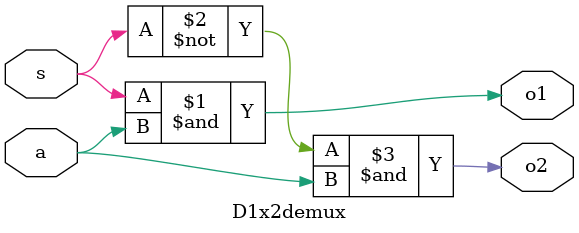
<source format=v>
`timescale 1ns / 1ps
module D1x2demux(o1,o2,a,s
    );
input a,s;
output o1,o2;
wire o1,o2;
assign o1=s&a;
assign o2=~s&a;
endmodule

</source>
